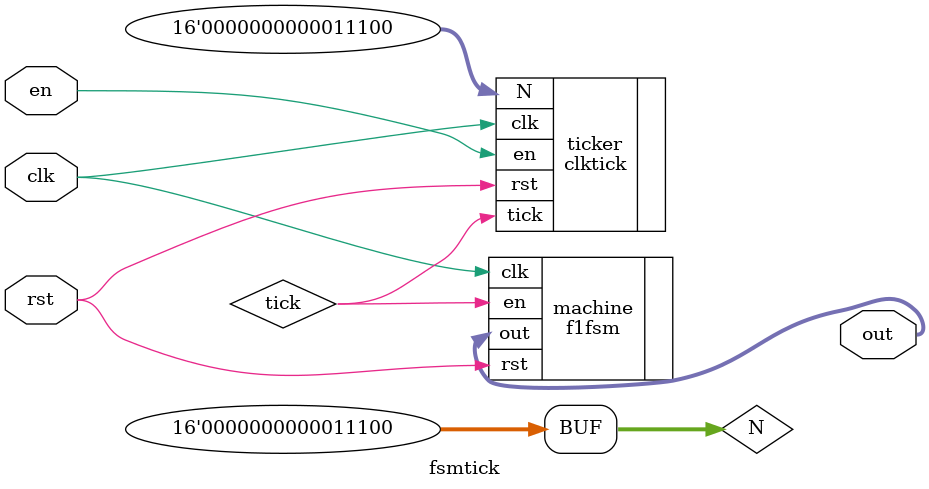
<source format=sv>
module fsmtick (
    input logic clk,
    input logic rst,
    input logic en,
    output logic [7:0] out
);

    logic [15:0] N = 16'd28;

clktick ticker (
    .clk(clk),
    .rst(rst),
    .en(en),
    .N(N),
    .tick(tick)
);

f1fsm machine (
    .clk(clk),
    .rst(rst),
    .en(tick),
    .out(out)
);

endmodule
</source>
